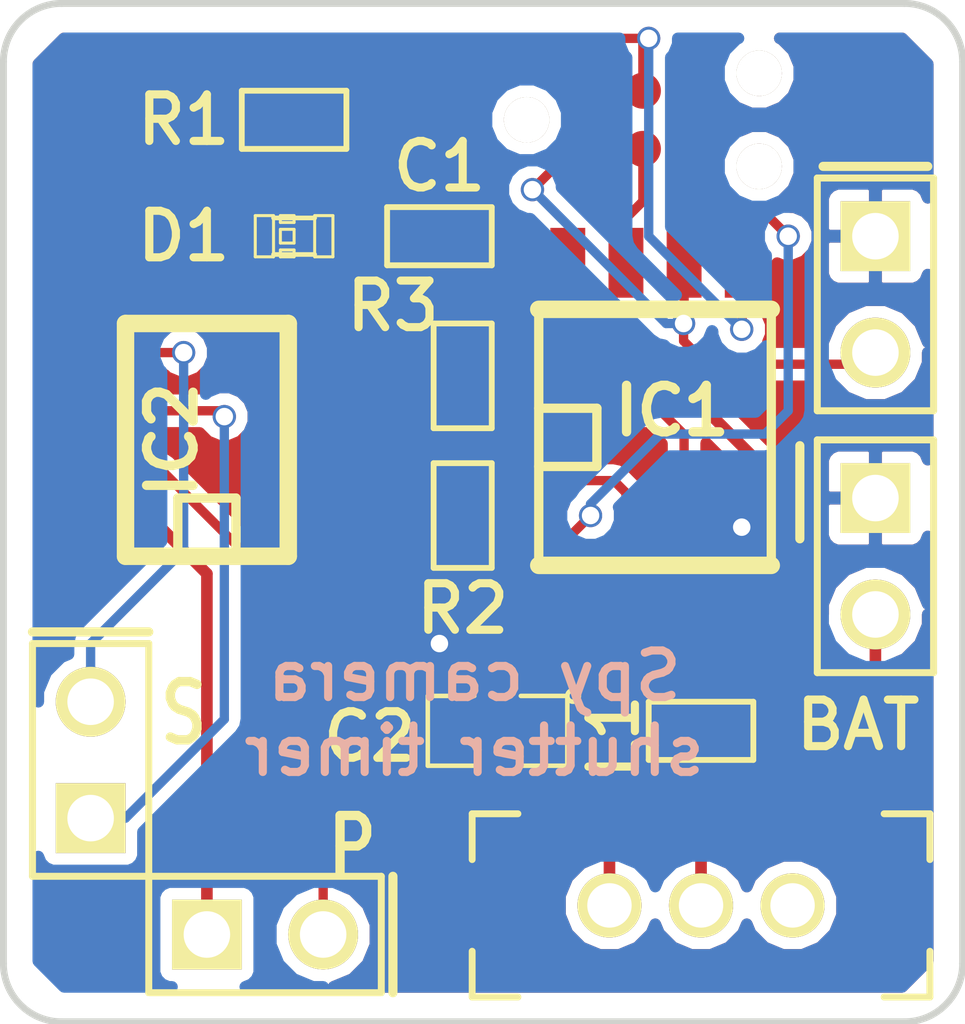
<source format=kicad_pcb>
(kicad_pcb (version 3) (host pcbnew "(2013-feb-26)-testing")

  (general
    (links 29)
    (no_connects 0)
    (area 14.710834 15.0876 50.452866 40.294)
    (thickness 1.6)
    (drawings 15)
    (tracks 105)
    (zones 0)
    (modules 15)
    (nets 18)
  )

  (page A3)
  (layers
    (15 F.Cu signal)
    (0 B.Cu signal)
    (16 B.Adhes user)
    (17 F.Adhes user)
    (18 B.Paste user)
    (19 F.Paste user)
    (20 B.SilkS user)
    (21 F.SilkS user)
    (22 B.Mask user)
    (23 F.Mask user)
    (24 Dwgs.User user)
    (25 Cmts.User user)
    (26 Eco1.User user)
    (27 Eco2.User user)
    (28 Edge.Cuts user)
  )

  (setup
    (last_trace_width 0.2032)
    (trace_clearance 0.2032)
    (zone_clearance 0.254)
    (zone_45_only no)
    (trace_min 0.1524)
    (segment_width 0.2)
    (edge_width 0.15)
    (via_size 0.508)
    (via_drill 0.381)
    (via_min_size 0.508)
    (via_min_drill 0.381)
    (uvia_size 0.508)
    (uvia_drill 0.127)
    (uvias_allowed no)
    (uvia_min_size 0.508)
    (uvia_min_drill 0.127)
    (pcb_text_width 0.3)
    (pcb_text_size 1 1)
    (mod_edge_width 0.15)
    (mod_text_size 1 1)
    (mod_text_width 0.15)
    (pad_size 0.7874 0.7874)
    (pad_drill 0)
    (pad_to_mask_clearance 0)
    (aux_axis_origin 0 0)
    (visible_elements FFFFFFBF)
    (pcbplotparams
      (layerselection 284196865)
      (usegerberextensions true)
      (excludeedgelayer true)
      (linewidth 152400)
      (plotframeref false)
      (viasonmask false)
      (mode 1)
      (useauxorigin false)
      (hpglpennumber 1)
      (hpglpenspeed 20)
      (hpglpendiameter 15)
      (hpglpenoverlay 2)
      (psnegative false)
      (psa4output false)
      (plotreference true)
      (plotvalue true)
      (plotothertext true)
      (plotinvisibletext false)
      (padsonsilk false)
      (subtractmaskfromsilk false)
      (outputformat 1)
      (mirror false)
      (drillshape 0)
      (scaleselection 1)
      (outputdirectory out))
  )

  (net 0 "")
  (net 1 /CAMLED)
  (net 2 /CAMPOW)
  (net 3 /MOSI)
  (net 4 /PWRBTN)
  (net 5 /RESET)
  (net 6 /STRBTN)
  (net 7 GND)
  (net 8 N-000001)
  (net 9 N-0000014)
  (net 10 N-0000016)
  (net 11 N-0000017)
  (net 12 N-0000018)
  (net 13 N-000004)
  (net 14 N-000005)
  (net 15 N-000007)
  (net 16 N-000008)
  (net 17 VCC)

  (net_class Default "This is the default net class."
    (clearance 0.2032)
    (trace_width 0.2032)
    (via_dia 0.508)
    (via_drill 0.381)
    (uvia_dia 0.508)
    (uvia_drill 0.127)
    (add_net "")
    (add_net /CAMLED)
    (add_net /CAMPOW)
    (add_net /MOSI)
    (add_net /PWRBTN)
    (add_net /RESET)
    (add_net /STRBTN)
    (add_net GND)
    (add_net N-0000014)
    (add_net N-0000016)
    (add_net N-0000017)
    (add_net N-0000018)
    (add_net N-000004)
    (add_net N-000005)
    (add_net N-000007)
    (add_net N-000008)
  )

  (net_class power ""
    (clearance 0.254)
    (trace_width 0.254)
    (via_dia 0.635)
    (via_drill 0.508)
    (uvia_dia 0.508)
    (uvia_drill 0.127)
    (add_net N-000001)
    (add_net VCC)
  )

  (module TC2030-MCP-NL (layer F.Cu) (tedit 513137F2) (tstamp 5102AC9A)
    (at 38.735 20.32)
    (descr http://www.tag-connect.com/Materials/TC2030-MCP-NL%20PCB%20Footprint.pdf)
    (path /5102AAB3)
    (fp_text reference P3 (at 0 -4.064) (layer F.SilkS) hide
      (effects (font (size 1.524 1.524) (thickness 0.3048)))
    )
    (fp_text value CONN_3X2 (at 0 3.048) (layer F.SilkS) hide
      (effects (font (size 1.524 1.524) (thickness 0.3048)))
    )
    (pad 1 smd circle (at -1.27 0.635) (size 0.7874 0.7874)
      (layers F.Cu F.Paste F.Mask)
      (net 2 /CAMPOW)
      (clearance 0.4826)
    )
    (pad 2 smd circle (at -1.27 -0.635) (size 0.7874 0.7874)
      (layers F.Cu F.Paste F.Mask)
      (net 17 VCC)
      (clearance 0.4826)
    )
    (pad 3 smd circle (at 0 0.635) (size 0.7874 0.7874)
      (layers F.Cu F.Paste F.Mask)
      (net 1 /CAMLED)
      (clearance 0.4826)
    )
    (pad 4 smd circle (at 0 -0.635) (size 0.7874 0.7874)
      (layers F.Cu F.Paste F.Mask)
      (net 3 /MOSI)
      (clearance 0.4826)
    )
    (pad 5 smd circle (at 1.27 0.635) (size 0.7874 0.7874)
      (layers F.Cu F.Paste F.Mask)
      (net 5 /RESET)
      (clearance 0.4318)
    )
    (pad 6 smd circle (at 1.27 -0.635) (size 0.7874 0.7874)
      (layers F.Cu F.Paste F.Mask)
      (net 7 GND)
      (clearance 0.4318)
    )
    (pad "" thru_hole circle (at -2.54 0) (size 0.9906 0.9906) (drill 0.9906)
      (layers *.Cu *.Mask F.SilkS)
    )
    (pad "" thru_hole circle (at 2.54 -1.016) (size 0.9906 0.9906) (drill 0.9906)
      (layers *.Cu *.Mask F.SilkS)
    )
    (pad "" thru_hole circle (at 2.54 1.016) (size 0.9906 0.9906) (drill 0.9906)
      (layers *.Cu *.Mask F.SilkS)
    )
  )

  (module SOIC8-5.3MM (layer F.Cu) (tedit 5102AD79) (tstamp 5102ACC3)
    (at 39 27.25)
    (path /5101F3FE)
    (attr smd)
    (fp_text reference IC1 (at 0.37 -0.58) (layer F.SilkS)
      (effects (font (size 1.016 1.016) (thickness 0.2032)))
    )
    (fp_text value ATTINY85-S (at -14.87 8.31) (layer F.SilkS) hide
      (effects (font (size 1.016 1.016) (thickness 0.2032)))
    )
    (fp_line (start -2.54 2.794) (end 2.54 2.794) (layer F.SilkS) (width 0.381))
    (fp_line (start -2.54 -2.794) (end 2.54 -2.794) (layer F.SilkS) (width 0.381))
    (fp_line (start 2.54 -2.794) (end 2.54 2.794) (layer F.SilkS) (width 0.2032))
    (fp_line (start -2.54 -2.794) (end -2.54 2.794) (layer F.SilkS) (width 0.2032))
    (fp_line (start -2.54 -0.635) (end -1.27 -0.635) (layer F.SilkS) (width 0.2032))
    (fp_line (start -1.27 -0.635) (end -1.27 0.635) (layer F.SilkS) (width 0.2032))
    (fp_line (start -1.27 0.635) (end -2.54 0.635) (layer F.SilkS) (width 0.2032))
    (pad 1 smd rect (at -1.905 3.81) (size 0.762 1.524)
      (layers F.Cu F.Paste F.Mask)
      (net 5 /RESET)
    )
    (pad 2 smd rect (at -0.635 3.81) (size 0.762 1.524)
      (layers F.Cu F.Paste F.Mask)
      (net 4 /PWRBTN)
    )
    (pad 3 smd rect (at 0.635 3.81) (size 0.762 1.524)
      (layers F.Cu F.Paste F.Mask)
      (net 6 /STRBTN)
    )
    (pad 4 smd rect (at 1.905 3.81) (size 0.762 1.524)
      (layers F.Cu F.Paste F.Mask)
      (net 7 GND)
    )
    (pad 8 smd rect (at -1.905 -3.81) (size 0.762 1.524)
      (layers F.Cu F.Paste F.Mask)
      (net 17 VCC)
    )
    (pad 7 smd rect (at -0.635 -3.81) (size 0.762 1.524)
      (layers F.Cu F.Paste F.Mask)
      (net 1 /CAMLED)
    )
    (pad 6 smd rect (at 0.635 -3.81) (size 0.762 1.524)
      (layers F.Cu F.Paste F.Mask)
      (net 2 /CAMPOW)
    )
    (pad 5 smd rect (at 1.905 -3.81) (size 0.762 1.524)
      (layers F.Cu F.Paste F.Mask)
      (net 3 /MOSI)
    )
    (model smd/cms_soj24.wrl
      (at (xyz 0 0 0))
      (scale (xyz 0.5 0.6 0.5))
      (rotate (xyz 0 0 0))
    )
  )

  (module SM0805 (layer F.Cu) (tedit 5115A6FE) (tstamp 5102ACD0)
    (at 35.56 33.655 180)
    (path /5102A93D)
    (attr smd)
    (fp_text reference C2 (at 2.794 -0.127 180) (layer F.SilkS)
      (effects (font (size 1.016 1.016) (thickness 0.1778)))
    )
    (fp_text value 1uF (at 10.922 -4.445 180) (layer F.SilkS) hide
      (effects (font (size 0.50038 0.50038) (thickness 0.10922)))
    )
    (fp_circle (center -1.651 0.762) (end -1.651 0.635) (layer F.SilkS) (width 0.09906))
    (fp_line (start -0.508 0.762) (end -1.524 0.762) (layer F.SilkS) (width 0.09906))
    (fp_line (start -1.524 0.762) (end -1.524 -0.762) (layer F.SilkS) (width 0.09906))
    (fp_line (start -1.524 -0.762) (end -0.508 -0.762) (layer F.SilkS) (width 0.09906))
    (fp_line (start 0.508 -0.762) (end 1.524 -0.762) (layer F.SilkS) (width 0.09906))
    (fp_line (start 1.524 -0.762) (end 1.524 0.762) (layer F.SilkS) (width 0.09906))
    (fp_line (start 1.524 0.762) (end 0.508 0.762) (layer F.SilkS) (width 0.09906))
    (pad 1 smd rect (at -0.9525 0 180) (size 0.889 1.397)
      (layers F.Cu F.Paste F.Mask)
      (net 17 VCC)
    )
    (pad 2 smd rect (at 0.9525 0 180) (size 0.889 1.397)
      (layers F.Cu F.Paste F.Mask)
      (net 7 GND)
    )
    (model smd/chip_cms.wrl
      (at (xyz 0 0 0))
      (scale (xyz 0.1 0.1 0.1))
      (rotate (xyz 0 0 0))
    )
  )

  (module SM0603 (layer F.Cu) (tedit 5115A6C3) (tstamp 5102ACDA)
    (at 34.29 22.86 180)
    (path /5102A8B9)
    (attr smd)
    (fp_text reference C1 (at 0 1.524 180) (layer F.SilkS)
      (effects (font (size 1.016 1.016) (thickness 0.1778)))
    )
    (fp_text value 0.1uF (at 0 0 180) (layer F.SilkS) hide
      (effects (font (size 0.508 0.4572) (thickness 0.1143)))
    )
    (fp_line (start -1.143 -0.635) (end 1.143 -0.635) (layer F.SilkS) (width 0.127))
    (fp_line (start 1.143 -0.635) (end 1.143 0.635) (layer F.SilkS) (width 0.127))
    (fp_line (start 1.143 0.635) (end -1.143 0.635) (layer F.SilkS) (width 0.127))
    (fp_line (start -1.143 0.635) (end -1.143 -0.635) (layer F.SilkS) (width 0.127))
    (pad 1 smd rect (at -0.762 0 180) (size 0.635 1.143)
      (layers F.Cu F.Paste F.Mask)
      (net 17 VCC)
    )
    (pad 2 smd rect (at 0.762 0 180) (size 0.635 1.143)
      (layers F.Cu F.Paste F.Mask)
      (net 7 GND)
    )
    (model smd\resistors\R0603.wrl
      (at (xyz 0 0 0.001))
      (scale (xyz 0.5 0.5 0.5))
      (rotate (xyz 0 0 0))
    )
  )

  (module SM0603 (layer F.Cu) (tedit 5115A6BD) (tstamp 5102ACE4)
    (at 31.115 20.32)
    (path /5102ABF6)
    (attr smd)
    (fp_text reference R1 (at -2.413 0) (layer F.SilkS)
      (effects (font (size 1.016 1.016) (thickness 0.1778)))
    )
    (fp_text value 1K (at 0 0) (layer F.SilkS) hide
      (effects (font (size 0.508 0.4572) (thickness 0.1143)))
    )
    (fp_line (start -1.143 -0.635) (end 1.143 -0.635) (layer F.SilkS) (width 0.127))
    (fp_line (start 1.143 -0.635) (end 1.143 0.635) (layer F.SilkS) (width 0.127))
    (fp_line (start 1.143 0.635) (end -1.143 0.635) (layer F.SilkS) (width 0.127))
    (fp_line (start -1.143 0.635) (end -1.143 -0.635) (layer F.SilkS) (width 0.127))
    (pad 1 smd rect (at -0.762 0) (size 0.635 1.143)
      (layers F.Cu F.Paste F.Mask)
      (net 15 N-000007)
    )
    (pad 2 smd rect (at 0.762 0) (size 0.635 1.143)
      (layers F.Cu F.Paste F.Mask)
      (net 3 /MOSI)
    )
    (model smd\resistors\R0603.wrl
      (at (xyz 0 0 0.001))
      (scale (xyz 0.5 0.5 0.5))
      (rotate (xyz 0 0 0))
    )
  )

  (module SM0603 (layer F.Cu) (tedit 5115A701) (tstamp 5102ACEE)
    (at 40.005 33.655 180)
    (path /5102AC2D)
    (attr smd)
    (fp_text reference L1 (at 1.905 -0.127 270) (layer F.SilkS)
      (effects (font (size 1.016 1.016) (thickness 0.1778)))
    )
    (fp_text value INDUCTOR (at 0 0 180) (layer F.SilkS) hide
      (effects (font (size 0.508 0.4572) (thickness 0.1143)))
    )
    (fp_line (start -1.143 -0.635) (end 1.143 -0.635) (layer F.SilkS) (width 0.127))
    (fp_line (start 1.143 -0.635) (end 1.143 0.635) (layer F.SilkS) (width 0.127))
    (fp_line (start 1.143 0.635) (end -1.143 0.635) (layer F.SilkS) (width 0.127))
    (fp_line (start -1.143 0.635) (end -1.143 -0.635) (layer F.SilkS) (width 0.127))
    (pad 1 smd rect (at -0.762 0 180) (size 0.635 1.143)
      (layers F.Cu F.Paste F.Mask)
      (net 13 N-000004)
    )
    (pad 2 smd rect (at 0.762 0 180) (size 0.635 1.143)
      (layers F.Cu F.Paste F.Mask)
      (net 17 VCC)
    )
    (model smd\resistors\R0603.wrl
      (at (xyz 0 0 0.001))
      (scale (xyz 0.5 0.5 0.5))
      (rotate (xyz 0 0 0))
    )
  )

  (module PIN_ARRAY_2X1 (layer F.Cu) (tedit 5115A6F1) (tstamp 5102ACF8)
    (at 43.815 29.845 270)
    (descr "Connecteurs 2 pins")
    (tags "CONN DEV")
    (path /5102A97A)
    (fp_text reference BAT (at 3.683 0.381 360) (layer F.SilkS)
      (effects (font (size 1.016 1.016) (thickness 0.1778)))
    )
    (fp_text value CONN_2 (at 0 -1.905 270) (layer F.SilkS) hide
      (effects (font (size 0.762 0.762) (thickness 0.1524)))
    )
    (fp_line (start -2.54 1.27) (end -2.54 -1.27) (layer F.SilkS) (width 0.1524))
    (fp_line (start -2.54 -1.27) (end 2.54 -1.27) (layer F.SilkS) (width 0.1524))
    (fp_line (start 2.54 -1.27) (end 2.54 1.27) (layer F.SilkS) (width 0.1524))
    (fp_line (start 2.54 1.27) (end -2.54 1.27) (layer F.SilkS) (width 0.1524))
    (pad 1 thru_hole rect (at -1.27 0 270) (size 1.524 1.524) (drill 1.016)
      (layers *.Cu *.Mask F.SilkS)
      (net 7 GND)
    )
    (pad 2 thru_hole circle (at 1.27 0 270) (size 1.524 1.524) (drill 1.016)
      (layers *.Cu *.Mask F.SilkS)
      (net 14 N-000005)
    )
    (model pin_array/pins_array_2x1.wrl
      (at (xyz 0 0 0))
      (scale (xyz 1 1 1))
      (rotate (xyz 0 0 0))
    )
  )

  (module PIN_ARRAY_2X1 (layer F.Cu) (tedit 513136AD) (tstamp 5102AD02)
    (at 43.815 24.13 270)
    (descr "Connecteurs 2 pins")
    (tags "CONN DEV")
    (path /5102A9D5)
    (fp_text reference P2 (at -3.302 -5.461 360) (layer F.SilkS) hide
      (effects (font (size 0.762 0.762) (thickness 0.1524)))
    )
    (fp_text value CONN_2 (at 0 -1.905 270) (layer F.SilkS) hide
      (effects (font (size 0.762 0.762) (thickness 0.1524)))
    )
    (fp_line (start -2.54 1.27) (end -2.54 -1.27) (layer F.SilkS) (width 0.1524))
    (fp_line (start -2.54 -1.27) (end 2.54 -1.27) (layer F.SilkS) (width 0.1524))
    (fp_line (start 2.54 -1.27) (end 2.54 1.27) (layer F.SilkS) (width 0.1524))
    (fp_line (start 2.54 1.27) (end -2.54 1.27) (layer F.SilkS) (width 0.1524))
    (pad 1 thru_hole rect (at -1.27 0 270) (size 1.524 1.524) (drill 1.016)
      (layers *.Cu *.Mask F.SilkS)
      (net 7 GND)
    )
    (pad 2 thru_hole circle (at 1.27 0 270) (size 1.524 1.524) (drill 1.016)
      (layers *.Cu *.Mask F.SilkS)
      (net 2 /CAMPOW)
    )
    (model pin_array/pins_array_2x1.wrl
      (at (xyz 0 0 0))
      (scale (xyz 1 1 1))
      (rotate (xyz 0 0 0))
    )
  )

  (module LED-0603 (layer F.Cu) (tedit 5115A6BF) (tstamp 5102AD1E)
    (at 31.115 22.86 180)
    (descr "LED 0603 smd package")
    (tags "LED led 0603 SMD smd SMT smt smdled SMDLED smtled SMTLED")
    (path /5102ABC3)
    (attr smd)
    (fp_text reference D1 (at 2.413 0 180) (layer F.SilkS)
      (effects (font (size 1.016 1.016) (thickness 0.1778)))
    )
    (fp_text value LED (at 15.24 -1.27 180) (layer F.SilkS) hide
      (effects (font (size 0.508 0.508) (thickness 0.127)))
    )
    (fp_line (start 0.44958 -0.44958) (end 0.44958 0.44958) (layer F.SilkS) (width 0.06604))
    (fp_line (start 0.44958 0.44958) (end 0.84836 0.44958) (layer F.SilkS) (width 0.06604))
    (fp_line (start 0.84836 -0.44958) (end 0.84836 0.44958) (layer F.SilkS) (width 0.06604))
    (fp_line (start 0.44958 -0.44958) (end 0.84836 -0.44958) (layer F.SilkS) (width 0.06604))
    (fp_line (start -0.84836 -0.44958) (end -0.84836 0.44958) (layer F.SilkS) (width 0.06604))
    (fp_line (start -0.84836 0.44958) (end -0.44958 0.44958) (layer F.SilkS) (width 0.06604))
    (fp_line (start -0.44958 -0.44958) (end -0.44958 0.44958) (layer F.SilkS) (width 0.06604))
    (fp_line (start -0.84836 -0.44958) (end -0.44958 -0.44958) (layer F.SilkS) (width 0.06604))
    (fp_line (start 0 -0.44958) (end 0 -0.29972) (layer F.SilkS) (width 0.06604))
    (fp_line (start 0 -0.29972) (end 0.29972 -0.29972) (layer F.SilkS) (width 0.06604))
    (fp_line (start 0.29972 -0.44958) (end 0.29972 -0.29972) (layer F.SilkS) (width 0.06604))
    (fp_line (start 0 -0.44958) (end 0.29972 -0.44958) (layer F.SilkS) (width 0.06604))
    (fp_line (start 0 0.29972) (end 0 0.44958) (layer F.SilkS) (width 0.06604))
    (fp_line (start 0 0.44958) (end 0.29972 0.44958) (layer F.SilkS) (width 0.06604))
    (fp_line (start 0.29972 0.29972) (end 0.29972 0.44958) (layer F.SilkS) (width 0.06604))
    (fp_line (start 0 0.29972) (end 0.29972 0.29972) (layer F.SilkS) (width 0.06604))
    (fp_line (start 0 -0.14986) (end 0 0.14986) (layer F.SilkS) (width 0.06604))
    (fp_line (start 0 0.14986) (end 0.29972 0.14986) (layer F.SilkS) (width 0.06604))
    (fp_line (start 0.29972 -0.14986) (end 0.29972 0.14986) (layer F.SilkS) (width 0.06604))
    (fp_line (start 0 -0.14986) (end 0.29972 -0.14986) (layer F.SilkS) (width 0.06604))
    (fp_line (start 0.44958 -0.39878) (end -0.44958 -0.39878) (layer F.SilkS) (width 0.1016))
    (fp_line (start 0.44958 0.39878) (end -0.44958 0.39878) (layer F.SilkS) (width 0.1016))
    (pad 1 smd rect (at -0.7493 0 180) (size 0.79756 0.79756)
      (layers F.Cu F.Paste F.Mask)
      (net 17 VCC)
    )
    (pad 2 smd rect (at 0.7493 0 180) (size 0.79756 0.79756)
      (layers F.Cu F.Paste F.Mask)
      (net 15 N-000007)
    )
  )

  (module SW-SPDT-2MM (layer F.Cu) (tedit 5102B088) (tstamp 5102B0C9)
    (at 40.005 37.465)
    (path /5102AEA5)
    (fp_text reference SW1 (at 0 -2.5) (layer F.SilkS) hide
      (effects (font (size 1 1) (thickness 0.15)))
    )
    (fp_text value SWITCH_INV (at 0 2) (layer F.SilkS) hide
      (effects (font (size 1 1) (thickness 0.15)))
    )
    (fp_line (start -5 1) (end -5 2) (layer F.SilkS) (width 0.15))
    (fp_line (start -5 2) (end -4 2) (layer F.SilkS) (width 0.15))
    (fp_line (start 4 2) (end 5 2) (layer F.SilkS) (width 0.15))
    (fp_line (start 5 2) (end 5 1) (layer F.SilkS) (width 0.15))
    (fp_line (start -5 -1) (end -5 -2) (layer F.SilkS) (width 0.15))
    (fp_line (start -5 -2) (end -4 -2) (layer F.SilkS) (width 0.15))
    (fp_line (start 5 -2) (end 4 -2) (layer F.SilkS) (width 0.15))
    (fp_line (start 5 -2) (end 5 -1) (layer F.SilkS) (width 0.15))
    (pad 1 thru_hole circle (at -2 0) (size 1.4 1.4) (drill 0.97)
      (layers *.Cu *.Mask F.SilkS)
      (net 13 N-000004)
    )
    (pad 2 thru_hole circle (at 0 0) (size 1.4 1.4) (drill 0.97)
      (layers *.Cu *.Mask F.SilkS)
      (net 14 N-000005)
    )
    (pad 3 thru_hole circle (at 2 0) (size 1.4 1.4) (drill 0.97)
      (layers *.Cu *.Mask F.SilkS)
    )
  )

  (module SOIC8-3.9MM (layer F.Cu) (tedit 5115A483) (tstamp 5115A411)
    (at 29.21 27.305 90)
    (path /5115A798)
    (attr smd)
    (fp_text reference IC2 (at 0 -0.762 90) (layer F.SilkS)
      (effects (font (size 1.016 1.016) (thickness 0.2032)))
    )
    (fp_text value MOCD207M (at 0 -9.525 90) (layer F.SilkS) hide
      (effects (font (size 1.016 1.016) (thickness 0.2032)))
    )
    (fp_line (start 2.54 -1.778) (end 2.54 1.778) (layer F.SilkS) (width 0.381))
    (fp_line (start -2.54 1.778) (end -2.54 -1.778) (layer F.SilkS) (width 0.381))
    (fp_line (start -2.54 1.778) (end 2.54 1.778) (layer F.SilkS) (width 0.381))
    (fp_line (start -2.54 -1.778) (end 2.54 -1.778) (layer F.SilkS) (width 0.381))
    (fp_line (start -2.54 -0.635) (end -1.27 -0.635) (layer F.SilkS) (width 0.2032))
    (fp_line (start -1.27 -0.635) (end -1.27 0.635) (layer F.SilkS) (width 0.2032))
    (fp_line (start -1.27 0.635) (end -2.54 0.635) (layer F.SilkS) (width 0.2032))
    (pad 1 smd rect (at -1.905 2.8702 90) (size 0.762 1.524)
      (layers F.Cu F.Paste F.Mask)
      (net 12 N-0000018)
    )
    (pad 2 smd rect (at -0.635 2.8702 90) (size 0.762 1.524)
      (layers F.Cu F.Paste F.Mask)
      (net 7 GND)
    )
    (pad 3 smd rect (at 0.635 2.8702 90) (size 0.762 1.524)
      (layers F.Cu F.Paste F.Mask)
      (net 10 N-0000016)
    )
    (pad 4 smd rect (at 1.905 2.8702 90) (size 0.762 1.524)
      (layers F.Cu F.Paste F.Mask)
      (net 7 GND)
    )
    (pad 8 smd rect (at -1.905 -2.8702 90) (size 0.762 1.524)
      (layers F.Cu F.Paste F.Mask)
      (net 8 N-000001)
    )
    (pad 7 smd rect (at -0.635 -2.8702 90) (size 0.762 1.524)
      (layers F.Cu F.Paste F.Mask)
      (net 16 N-000008)
    )
    (pad 6 smd rect (at 0.635 -2.8702 90) (size 0.762 1.524)
      (layers F.Cu F.Paste F.Mask)
      (net 9 N-0000014)
    )
    (pad 5 smd rect (at 1.905 -2.8702 90) (size 0.762 1.524)
      (layers F.Cu F.Paste F.Mask)
      (net 11 N-0000017)
    )
  )

  (module SM0603 (layer F.Cu) (tedit 5115A709) (tstamp 5115A41B)
    (at 34.798 28.956 270)
    (path /5115A829)
    (attr smd)
    (fp_text reference R2 (at 2.032 0 360) (layer F.SilkS)
      (effects (font (size 1.016 1.016) (thickness 0.1778)))
    )
    (fp_text value 200R (at 0 0 270) (layer F.SilkS) hide
      (effects (font (size 0.508 0.4572) (thickness 0.1143)))
    )
    (fp_line (start -1.143 -0.635) (end 1.143 -0.635) (layer F.SilkS) (width 0.127))
    (fp_line (start 1.143 -0.635) (end 1.143 0.635) (layer F.SilkS) (width 0.127))
    (fp_line (start 1.143 0.635) (end -1.143 0.635) (layer F.SilkS) (width 0.127))
    (fp_line (start -1.143 0.635) (end -1.143 -0.635) (layer F.SilkS) (width 0.127))
    (pad 1 smd rect (at -0.762 0 270) (size 0.635 1.143)
      (layers F.Cu F.Paste F.Mask)
      (net 4 /PWRBTN)
    )
    (pad 2 smd rect (at 0.762 0 270) (size 0.635 1.143)
      (layers F.Cu F.Paste F.Mask)
      (net 12 N-0000018)
    )
    (model smd\resistors\R0603.wrl
      (at (xyz 0 0 0.001))
      (scale (xyz 0.5 0.5 0.5))
      (rotate (xyz 0 0 0))
    )
  )

  (module SM0603 (layer F.Cu) (tedit 5115A710) (tstamp 5115A425)
    (at 34.798 25.908 90)
    (path /5115AB96)
    (attr smd)
    (fp_text reference R3 (at 1.524 -1.524 180) (layer F.SilkS)
      (effects (font (size 1.016 1.016) (thickness 0.1778)))
    )
    (fp_text value 200R (at 0 0 90) (layer F.SilkS) hide
      (effects (font (size 0.508 0.4572) (thickness 0.1143)))
    )
    (fp_line (start -1.143 -0.635) (end 1.143 -0.635) (layer F.SilkS) (width 0.127))
    (fp_line (start 1.143 -0.635) (end 1.143 0.635) (layer F.SilkS) (width 0.127))
    (fp_line (start 1.143 0.635) (end -1.143 0.635) (layer F.SilkS) (width 0.127))
    (fp_line (start -1.143 0.635) (end -1.143 -0.635) (layer F.SilkS) (width 0.127))
    (pad 1 smd rect (at -0.762 0 90) (size 0.635 1.143)
      (layers F.Cu F.Paste F.Mask)
      (net 6 /STRBTN)
    )
    (pad 2 smd rect (at 0.762 0 90) (size 0.635 1.143)
      (layers F.Cu F.Paste F.Mask)
      (net 10 N-0000016)
    )
    (model smd\resistors\R0603.wrl
      (at (xyz 0 0 0.001))
      (scale (xyz 0.5 0.5 0.5))
      (rotate (xyz 0 0 0))
    )
  )

  (module PIN_ARRAY_2X1 (layer F.Cu) (tedit 5115A506) (tstamp 5115A4AA)
    (at 30.48 38.1)
    (descr "Connecteurs 2 pins")
    (tags "CONN DEV")
    (path /5102B1F2)
    (fp_text reference P4 (at -10.795 -2.54) (layer F.SilkS) hide
      (effects (font (size 0.762 0.762) (thickness 0.1524)))
    )
    (fp_text value CONN_2 (at 0 -1.905) (layer F.SilkS) hide
      (effects (font (size 0.762 0.762) (thickness 0.1524)))
    )
    (fp_line (start -2.54 1.27) (end -2.54 -1.27) (layer F.SilkS) (width 0.1524))
    (fp_line (start -2.54 -1.27) (end 2.54 -1.27) (layer F.SilkS) (width 0.1524))
    (fp_line (start 2.54 -1.27) (end 2.54 1.27) (layer F.SilkS) (width 0.1524))
    (fp_line (start 2.54 1.27) (end -2.54 1.27) (layer F.SilkS) (width 0.1524))
    (pad 1 thru_hole rect (at -1.27 0) (size 1.524 1.524) (drill 1.016)
      (layers *.Cu *.Mask F.SilkS)
      (net 8 N-000001)
    )
    (pad 2 thru_hole circle (at 1.27 0) (size 1.524 1.524) (drill 1.016)
      (layers *.Cu *.Mask F.SilkS)
      (net 16 N-000008)
    )
    (model pin_array/pins_array_2x1.wrl
      (at (xyz 0 0 0))
      (scale (xyz 1 1 1))
      (rotate (xyz 0 0 0))
    )
  )

  (module PIN_ARRAY_2X1 (layer F.Cu) (tedit 5115A50B) (tstamp 5115A4B4)
    (at 26.67 34.29 90)
    (descr "Connecteurs 2 pins")
    (tags "CONN DEV")
    (path /5115AB88)
    (fp_text reference P5 (at 1.27 -8.255 90) (layer F.SilkS) hide
      (effects (font (size 0.762 0.762) (thickness 0.1524)))
    )
    (fp_text value CONN_2 (at 0 -1.905 90) (layer F.SilkS) hide
      (effects (font (size 0.762 0.762) (thickness 0.1524)))
    )
    (fp_line (start -2.54 1.27) (end -2.54 -1.27) (layer F.SilkS) (width 0.1524))
    (fp_line (start -2.54 -1.27) (end 2.54 -1.27) (layer F.SilkS) (width 0.1524))
    (fp_line (start 2.54 -1.27) (end 2.54 1.27) (layer F.SilkS) (width 0.1524))
    (fp_line (start 2.54 1.27) (end -2.54 1.27) (layer F.SilkS) (width 0.1524))
    (pad 1 thru_hole rect (at -1.27 0 90) (size 1.524 1.524) (drill 1.016)
      (layers *.Cu *.Mask F.SilkS)
      (net 9 N-0000014)
    )
    (pad 2 thru_hole circle (at 1.27 0 90) (size 1.524 1.524) (drill 1.016)
      (layers *.Cu *.Mask F.SilkS)
      (net 11 N-0000017)
    )
    (model pin_array/pins_array_2x1.wrl
      (at (xyz 0 0 0))
      (scale (xyz 1 1 1))
      (rotate (xyz 0 0 0))
    )
  )

  (gr_line (start 25.4 31.496) (end 27.94 31.496) (angle 90) (layer F.SilkS) (width 0.2))
  (gr_line (start 33.274 36.83) (end 33.274 39.37) (angle 90) (layer F.SilkS) (width 0.2))
  (gr_line (start 42.672 21.336) (end 44.958 21.336) (angle 90) (layer F.SilkS) (width 0.2))
  (gr_line (start 42.164 27.432) (end 42.164 29.464) (angle 90) (layer F.SilkS) (width 0.2))
  (gr_text "Spy camera\nshutter timer" (at 35.052 33.274) (layer B.SilkS)
    (effects (font (size 1.016 1.016) (thickness 0.1778)) (justify mirror))
  )
  (gr_line (start 26.035 40.005) (end 44.45 40.005) (angle 90) (layer Edge.Cuts) (width 0.15))
  (gr_arc (start 26.035 38.735) (end 26.035 40.005) (angle 90) (layer Edge.Cuts) (width 0.15))
  (gr_line (start 24.765 19.05) (end 24.765 38.735) (angle 90) (layer Edge.Cuts) (width 0.15))
  (gr_arc (start 26.035 19.05) (end 24.765 19.05) (angle 90) (layer Edge.Cuts) (width 0.15))
  (gr_line (start 44.45 17.78) (end 26.035 17.78) (angle 90) (layer Edge.Cuts) (width 0.15))
  (gr_arc (start 44.45 19.05) (end 44.45 17.78) (angle 90) (layer Edge.Cuts) (width 0.15))
  (gr_line (start 45.72 38.735) (end 45.72 19.05) (angle 90) (layer Edge.Cuts) (width 0.15))
  (gr_arc (start 44.45 38.735) (end 45.72 38.735) (angle 90) (layer Edge.Cuts) (width 0.15))
  (gr_text S (at 28.702 33.274) (layer F.SilkS)
    (effects (font (size 1.27 1.016) (thickness 0.2032)))
  )
  (gr_text P (at 32.385 36.195) (layer F.SilkS)
    (effects (font (size 1.27 1.016) (thickness 0.2032)))
  )

  (segment (start 38.365 23.44) (end 38.365 22.468) (width 0.2032) (layer F.Cu) (net 1))
  (segment (start 38.735 22.098) (end 38.735 20.955) (width 0.2032) (layer F.Cu) (net 1) (tstamp 5102B418))
  (segment (start 38.365 22.468) (end 38.735 22.098) (width 0.2032) (layer F.Cu) (net 1) (tstamp 5102B417))
  (segment (start 39.624 24.765) (end 39.624 25.146) (width 0.2032) (layer F.Cu) (net 2))
  (segment (start 43.561 25.654) (end 43.815 25.4) (width 0.2032) (layer F.Cu) (net 2) (tstamp 5102B471))
  (segment (start 40.132 25.654) (end 43.561 25.654) (width 0.2032) (layer F.Cu) (net 2) (tstamp 5102B470))
  (segment (start 39.624 25.146) (end 40.132 25.654) (width 0.2032) (layer F.Cu) (net 2) (tstamp 5102B46D))
  (segment (start 37.465 20.955) (end 37.211 20.955) (width 0.2032) (layer F.Cu) (net 2))
  (segment (start 39.635 24.754) (end 39.635 23.44) (width 0.2032) (layer F.Cu) (net 2) (tstamp 5102B427))
  (segment (start 39.624 24.765) (end 39.635 24.754) (width 0.2032) (layer F.Cu) (net 2) (tstamp 5102B426))
  (via (at 39.624 24.765) (size 0.508) (layers F.Cu B.Cu) (net 2))
  (segment (start 39.243 24.765) (end 39.624 24.765) (width 0.2032) (layer B.Cu) (net 2) (tstamp 5102B422))
  (segment (start 36.322 21.844) (end 39.243 24.765) (width 0.2032) (layer B.Cu) (net 2) (tstamp 5102B421))
  (via (at 36.322 21.844) (size 0.508) (layers F.Cu B.Cu) (net 2))
  (segment (start 37.211 20.955) (end 36.322 21.844) (width 0.2032) (layer F.Cu) (net 2) (tstamp 5102B41E))
  (segment (start 38.862 18.542) (end 32.004 18.542) (width 0.2032) (layer F.Cu) (net 3))
  (segment (start 31.877 18.669) (end 31.877 20.32) (width 0.2032) (layer F.Cu) (net 3) (tstamp 5102B456))
  (segment (start 32.004 18.542) (end 31.877 18.669) (width 0.2032) (layer F.Cu) (net 3) (tstamp 5102B455))
  (segment (start 40.905 23.44) (end 40.905 24.881) (width 0.2032) (layer F.Cu) (net 3))
  (segment (start 38.735 18.669) (end 38.735 19.685) (width 0.2032) (layer F.Cu) (net 3) (tstamp 5102B452))
  (segment (start 38.862 18.542) (end 38.735 18.669) (width 0.2032) (layer F.Cu) (net 3) (tstamp 5102B451))
  (via (at 38.862 18.542) (size 0.508) (layers F.Cu B.Cu) (net 3))
  (segment (start 38.862 22.86) (end 38.862 18.542) (width 0.2032) (layer B.Cu) (net 3) (tstamp 5102B44D))
  (segment (start 40.894 24.892) (end 38.862 22.86) (width 0.2032) (layer B.Cu) (net 3) (tstamp 5102B44C))
  (via (at 40.894 24.892) (size 0.508) (layers F.Cu B.Cu) (net 3))
  (segment (start 40.905 24.881) (end 40.894 24.892) (width 0.2032) (layer F.Cu) (net 3) (tstamp 5102B44A))
  (segment (start 38.365 31.06) (end 38.365 28.459) (width 0.2032) (layer F.Cu) (net 4))
  (segment (start 38.1 28.194) (end 34.798 28.194) (width 0.2032) (layer F.Cu) (net 4) (tstamp 5115A648))
  (segment (start 38.365 28.459) (end 38.1 28.194) (width 0.2032) (layer F.Cu) (net 4) (tstamp 5115A647))
  (segment (start 41.91 26.67) (end 41.402 27.178) (width 0.2032) (layer B.Cu) (net 5))
  (segment (start 37.095 29.453) (end 37.592 28.956) (width 0.2032) (layer F.Cu) (net 5) (tstamp 5102B478))
  (via (at 37.592 28.956) (size 0.508) (layers F.Cu B.Cu) (net 5))
  (segment (start 37.095 31.06) (end 37.095 29.453) (width 0.2032) (layer F.Cu) (net 5))
  (segment (start 40.132 22.352) (end 40.005 22.225) (width 0.2032) (layer F.Cu) (net 5) (tstamp 5102B488))
  (segment (start 41.402 22.352) (end 40.132 22.352) (width 0.2032) (layer F.Cu) (net 5) (tstamp 5102B487))
  (segment (start 41.91 22.86) (end 41.402 22.352) (width 0.2032) (layer F.Cu) (net 5) (tstamp 5102B486))
  (via (at 41.91 22.86) (size 0.508) (layers F.Cu B.Cu) (net 5))
  (segment (start 41.91 26.67) (end 41.91 22.86) (width 0.2032) (layer B.Cu) (net 5) (tstamp 5115A696))
  (segment (start 40.005 22.225) (end 40.005 20.955) (width 0.2032) (layer F.Cu) (net 5) (tstamp 5102B489))
  (segment (start 37.592 28.702) (end 37.592 28.956) (width 0.2032) (layer B.Cu) (net 5) (tstamp 5115A6A5))
  (segment (start 39.116 27.178) (end 37.592 28.702) (width 0.2032) (layer B.Cu) (net 5) (tstamp 5115A6A3))
  (segment (start 41.402 27.178) (end 39.116 27.178) (width 0.2032) (layer B.Cu) (net 5) (tstamp 5115A6A0))
  (segment (start 34.798 26.67) (end 39.116 26.67) (width 0.2032) (layer F.Cu) (net 6))
  (segment (start 39.635 27.189) (end 39.635 31.06) (width 0.2032) (layer F.Cu) (net 6) (tstamp 5115A64C))
  (segment (start 39.116 26.67) (end 39.635 27.189) (width 0.2032) (layer F.Cu) (net 6) (tstamp 5115A64B))
  (segment (start 40.905 31.06) (end 40.905 29.221) (width 0.2032) (layer F.Cu) (net 7))
  (via (at 40.894 29.21) (size 0.508) (layers F.Cu B.Cu) (net 7))
  (segment (start 40.905 29.221) (end 40.894 29.21) (width 0.2032) (layer F.Cu) (net 7) (tstamp 5115A6AA))
  (segment (start 34.6075 33.655) (end 34.6075 32.0675) (width 0.2032) (layer F.Cu) (net 7))
  (via (at 34.29 31.75) (size 0.508) (layers F.Cu B.Cu) (net 7))
  (segment (start 34.6075 32.0675) (end 34.29 31.75) (width 0.2032) (layer F.Cu) (net 7) (tstamp 5115A680))
  (segment (start 40.005 19.685) (end 40.386 19.685) (width 0.2032) (layer F.Cu) (net 7))
  (segment (start 43.815 21.336) (end 43.815 22.86) (width 0.2032) (layer F.Cu) (net 7) (tstamp 5102B411))
  (segment (start 42.799 20.32) (end 43.815 21.336) (width 0.2032) (layer F.Cu) (net 7) (tstamp 5102B40E))
  (segment (start 41.021 20.32) (end 42.799 20.32) (width 0.2032) (layer F.Cu) (net 7) (tstamp 5102B40B))
  (segment (start 40.386 19.685) (end 41.021 20.32) (width 0.2032) (layer F.Cu) (net 7) (tstamp 5102B408))
  (segment (start 29.21 38.1) (end 29.21 30.226) (width 0.254) (layer F.Cu) (net 8))
  (segment (start 28.194 29.21) (end 26.3398 29.21) (width 0.254) (layer F.Cu) (net 8) (tstamp 5115A65D))
  (segment (start 29.21 30.226) (end 28.194 29.21) (width 0.254) (layer F.Cu) (net 8) (tstamp 5115A65C))
  (segment (start 26.67 35.56) (end 27.432 35.56) (width 0.2032) (layer B.Cu) (net 9))
  (segment (start 29.464 26.67) (end 26.3398 26.67) (width 0.2032) (layer F.Cu) (net 9) (tstamp 5115A676))
  (segment (start 29.591 26.797) (end 29.464 26.67) (width 0.2032) (layer F.Cu) (net 9) (tstamp 5115A675))
  (via (at 29.591 26.797) (size 0.508) (layers F.Cu B.Cu) (net 9))
  (segment (start 29.591 33.401) (end 29.591 26.797) (width 0.2032) (layer B.Cu) (net 9) (tstamp 5115A672))
  (segment (start 27.432 35.56) (end 29.591 33.401) (width 0.2032) (layer B.Cu) (net 9) (tstamp 5115A671))
  (segment (start 32.0802 26.67) (end 32.766 26.67) (width 0.2032) (layer F.Cu) (net 10))
  (segment (start 34.29 25.146) (end 34.798 25.146) (width 0.2032) (layer F.Cu) (net 10) (tstamp 5115A640))
  (segment (start 32.766 26.67) (end 34.29 25.146) (width 0.2032) (layer F.Cu) (net 10) (tstamp 5115A63F))
  (segment (start 26.67 33.02) (end 26.67 31.75) (width 0.2032) (layer B.Cu) (net 11))
  (segment (start 28.702 25.4) (end 26.3398 25.4) (width 0.2032) (layer F.Cu) (net 11) (tstamp 5115A66D))
  (via (at 28.702 25.4) (size 0.508) (layers F.Cu B.Cu) (net 11))
  (segment (start 28.702 29.718) (end 28.702 25.4) (width 0.2032) (layer B.Cu) (net 11) (tstamp 5115A66A))
  (segment (start 26.67 31.75) (end 28.702 29.718) (width 0.2032) (layer B.Cu) (net 11) (tstamp 5115A668))
  (segment (start 34.798 29.718) (end 32.5882 29.718) (width 0.2032) (layer F.Cu) (net 12))
  (segment (start 32.5882 29.718) (end 32.0802 29.21) (width 0.2032) (layer F.Cu) (net 12) (tstamp 5115A644))
  (segment (start 38.005 37.465) (end 38.005 36.417) (width 0.254) (layer F.Cu) (net 13))
  (segment (start 38.005 36.417) (end 40.767 33.655) (width 0.254) (layer F.Cu) (net 13) (tstamp 5102B39C))
  (segment (start 43.815 31.115) (end 43.815 32.385) (width 0.254) (layer F.Cu) (net 14))
  (segment (start 40.005 36.195) (end 40.005 37.465) (width 0.254) (layer F.Cu) (net 14) (tstamp 5102B38C))
  (segment (start 43.815 32.385) (end 40.005 36.195) (width 0.254) (layer F.Cu) (net 14) (tstamp 5102B387))
  (segment (start 30.3657 22.86) (end 30.3657 20.3327) (width 0.2032) (layer F.Cu) (net 15))
  (segment (start 30.3657 20.3327) (end 30.353 20.32) (width 0.2032) (layer F.Cu) (net 15) (tstamp 5102B45A))
  (segment (start 31.75 38.1) (end 31.75 31.496) (width 0.2032) (layer F.Cu) (net 16))
  (segment (start 28.194 27.94) (end 26.3398 27.94) (width 0.2032) (layer F.Cu) (net 16) (tstamp 5115A663))
  (segment (start 31.75 31.496) (end 28.194 27.94) (width 0.2032) (layer F.Cu) (net 16) (tstamp 5115A661))
  (segment (start 39.243 33.655) (end 39.243 32.893) (width 0.254) (layer F.Cu) (net 17))
  (segment (start 37.095 24.649) (end 37.095 23.44) (width 0.254) (layer F.Cu) (net 17) (tstamp 5115A659))
  (segment (start 37.592 25.146) (end 37.095 24.649) (width 0.254) (layer F.Cu) (net 17) (tstamp 5115A658))
  (segment (start 38.608 25.146) (end 37.592 25.146) (width 0.254) (layer F.Cu) (net 17) (tstamp 5115A656))
  (segment (start 42.164 28.702) (end 38.608 25.146) (width 0.254) (layer F.Cu) (net 17) (tstamp 5115A654))
  (segment (start 42.164 32.004) (end 42.164 28.702) (width 0.254) (layer F.Cu) (net 17) (tstamp 5115A653))
  (segment (start 41.656 32.512) (end 42.164 32.004) (width 0.254) (layer F.Cu) (net 17) (tstamp 5115A652))
  (segment (start 39.624 32.512) (end 41.656 32.512) (width 0.254) (layer F.Cu) (net 17) (tstamp 5115A651))
  (segment (start 39.243 32.893) (end 39.624 32.512) (width 0.254) (layer F.Cu) (net 17) (tstamp 5115A650))
  (segment (start 31.8643 22.86) (end 31.8643 21.9837) (width 0.254) (layer F.Cu) (net 17))
  (segment (start 32.258 21.59) (end 35.052 21.59) (width 0.254) (layer F.Cu) (net 17) (tstamp 5102B45F))
  (segment (start 31.8643 21.9837) (end 32.258 21.59) (width 0.254) (layer F.Cu) (net 17) (tstamp 5102B45E))
  (segment (start 35.052 22.86) (end 35.052 21.59) (width 0.254) (layer F.Cu) (net 17))
  (segment (start 35.052 21.59) (end 35.052 19.812) (width 0.254) (layer F.Cu) (net 17) (tstamp 5102B462))
  (segment (start 37.084 19.304) (end 37.465 19.685) (width 0.254) (layer F.Cu) (net 17) (tstamp 5102B3BD))
  (segment (start 35.56 19.304) (end 37.084 19.304) (width 0.254) (layer F.Cu) (net 17) (tstamp 5102B3BC))
  (segment (start 35.052 19.812) (end 35.56 19.304) (width 0.254) (layer F.Cu) (net 17) (tstamp 5102B3B8))
  (segment (start 37.095 23.44) (end 35.632 23.44) (width 0.254) (layer F.Cu) (net 17))
  (segment (start 35.632 23.44) (end 35.052 22.86) (width 0.254) (layer F.Cu) (net 17) (tstamp 5102B3B5))
  (segment (start 39.243 33.655) (end 36.5125 33.655) (width 0.254) (layer F.Cu) (net 17))

  (zone (net 7) (net_name GND) (layer F.Cu) (tstamp 5115A67B) (hatch edge 0.508)
    (connect_pads (clearance 0.254))
    (min_thickness 0.254)
    (fill (arc_segments 16) (thermal_gap 0.254) (thermal_bridge_width 0.2794))
    (polygon
      (pts
        (xy 45.085 38.735) (xy 44.45 39.37) (xy 26.035 39.37) (xy 25.4 38.735) (xy 25.4 19.05)
        (xy 26.035 18.415) (xy 44.45 18.415) (xy 45.085 19.05)
      )
    )
    (filled_polygon
      (pts
        (xy 40.037103 19.699142) (xy 40.019142 19.717103) (xy 40.005 19.702961) (xy 39.990857 19.717102) (xy 39.972896 19.699141)
        (xy 39.987039 19.685) (xy 39.972897 19.670858) (xy 39.990858 19.652897) (xy 40.005 19.667039) (xy 40.019141 19.652896)
        (xy 40.037102 19.670857) (xy 40.022961 19.685) (xy 40.037103 19.699142)
      )
    )
    (filled_polygon
      (pts
        (xy 41.656 30.195549) (xy 41.608808 30.081899) (xy 41.501537 29.974816) (xy 41.361453 29.916934) (xy 41.01295 29.917)
        (xy 40.9177 30.01225) (xy 40.9177 31.0473) (xy 40.9377 31.0473) (xy 40.9377 31.0727) (xy 40.9177 31.0727)
        (xy 40.9177 31.0927) (xy 40.8923 31.0927) (xy 40.8923 31.0727) (xy 40.8723 31.0727) (xy 40.8723 31.0473)
        (xy 40.8923 31.0473) (xy 40.8923 30.01225) (xy 40.79705 29.917) (xy 40.448547 29.916934) (xy 40.308463 29.974816)
        (xy 40.270027 30.013184) (xy 40.232101 29.975192) (xy 40.1176 29.927647) (xy 40.1176 27.37402) (xy 41.656 28.91242)
        (xy 41.656 30.195549)
      )
    )
    (filled_polygon
      (pts
        (xy 44.958 25.173164) (xy 44.784553 24.753389) (xy 44.463302 24.431577) (xy 44.043354 24.2572) (xy 43.8023 24.256989)
        (xy 43.8023 23.90775) (xy 43.8023 22.8727) (xy 43.8023 22.8473) (xy 43.8023 21.81225) (xy 43.70705 21.717)
        (xy 43.128453 21.716934) (xy 42.976882 21.717066) (xy 42.836899 21.775192) (xy 42.729816 21.882463) (xy 42.671934 22.022547)
        (xy 42.672 22.75205) (xy 42.76725 22.8473) (xy 43.8023 22.8473) (xy 43.8023 22.8727) (xy 42.76725 22.8727)
        (xy 42.672 22.96795) (xy 42.671934 23.697453) (xy 42.729816 23.837537) (xy 42.836899 23.944808) (xy 42.976882 24.002934)
        (xy 43.128453 24.003066) (xy 43.70705 24.003) (xy 43.8023 23.90775) (xy 43.8023 24.256989) (xy 43.588641 24.256803)
        (xy 43.168389 24.430447) (xy 42.846577 24.751698) (xy 42.672302 25.1714) (xy 41.46555 25.1714) (xy 41.528889 25.018863)
        (xy 41.52911 24.766245) (xy 41.440009 24.550606) (xy 41.501537 24.525184) (xy 41.608808 24.418101) (xy 41.666934 24.278118)
        (xy 41.667066 24.126547) (xy 41.667066 23.446692) (xy 41.783137 23.494889) (xy 42.035755 23.49511) (xy 42.269228 23.39864)
        (xy 42.448013 23.220168) (xy 42.544889 22.986863) (xy 42.54511 22.734245) (xy 42.44864 22.500772) (xy 42.270168 22.321987)
        (xy 42.036863 22.225111) (xy 41.957541 22.225041) (xy 41.791297 22.058797) (xy 42.017457 21.833032) (xy 42.151147 21.511071)
        (xy 42.151451 21.162458) (xy 42.018324 20.840265) (xy 41.772032 20.593543) (xy 41.450071 20.459853) (xy 41.101458 20.459549)
        (xy 40.870346 20.555041) (xy 40.812961 20.416157) (xy 40.554794 20.15754) (xy 40.651406 20.138943) (xy 40.718543 19.986928)
        (xy 40.777968 20.046457) (xy 41.099929 20.180147) (xy 41.448542 20.180451) (xy 41.770735 20.047324) (xy 42.017457 19.801032)
        (xy 42.151147 19.479071) (xy 42.151451 19.130458) (xy 42.018324 18.808265) (xy 41.772032 18.561543) (xy 41.724967 18.542)
        (xy 44.397395 18.542) (xy 44.958 19.102605) (xy 44.958 22.022387) (xy 44.900184 21.882463) (xy 44.793101 21.775192)
        (xy 44.653118 21.717066) (xy 44.501547 21.716934) (xy 43.92295 21.717) (xy 43.8277 21.81225) (xy 43.8277 22.8473)
        (xy 43.8477 22.8473) (xy 43.8477 22.8727) (xy 43.8277 22.8727) (xy 43.8277 23.90775) (xy 43.92295 24.003)
        (xy 44.501547 24.003066) (xy 44.653118 24.002934) (xy 44.793101 23.944808) (xy 44.900184 23.837537) (xy 44.958 23.697612)
        (xy 44.958 25.173164)
      )
    )
    (filled_polygon
      (pts
        (xy 44.958 30.888164) (xy 44.784553 30.468389) (xy 44.463302 30.146577) (xy 44.043354 29.9722) (xy 43.588641 29.971803)
        (xy 43.168389 30.145447) (xy 42.846577 30.466698) (xy 42.6722 30.886646) (xy 42.672 31.11572) (xy 42.672 29.412612)
        (xy 42.729816 29.552537) (xy 42.836899 29.659808) (xy 42.976882 29.717934) (xy 43.128453 29.718066) (xy 43.70705 29.718)
        (xy 43.8023 29.62275) (xy 43.8023 28.5877) (xy 43.8023 28.5623) (xy 43.8023 27.52725) (xy 43.70705 27.432)
        (xy 43.128453 27.431934) (xy 42.976882 27.432066) (xy 42.836899 27.490192) (xy 42.729816 27.597463) (xy 42.671934 27.737547)
        (xy 42.672 28.46705) (xy 42.76725 28.5623) (xy 43.8023 28.5623) (xy 43.8023 28.5877) (xy 42.76725 28.5877)
        (xy 42.672 28.68295) (xy 42.671998 28.701991) (xy 42.639746 28.539849) (xy 42.633331 28.507597) (xy 42.633331 28.507596)
        (xy 42.52321 28.34279) (xy 42.52321 28.342789) (xy 40.31702 26.1366) (xy 42.935279 26.1366) (xy 43.166698 26.368423)
        (xy 43.586646 26.5428) (xy 44.041359 26.543197) (xy 44.461611 26.369553) (xy 44.783423 26.048302) (xy 44.9578 25.628354)
        (xy 44.958 25.399279) (xy 44.958 27.737387) (xy 44.900184 27.597463) (xy 44.793101 27.490192) (xy 44.653118 27.432066)
        (xy 44.501547 27.431934) (xy 43.92295 27.432) (xy 43.8277 27.52725) (xy 43.8277 28.5623) (xy 43.8477 28.5623)
        (xy 43.8477 28.5877) (xy 43.8277 28.5877) (xy 43.8277 29.62275) (xy 43.92295 29.718) (xy 44.501547 29.718066)
        (xy 44.653118 29.717934) (xy 44.793101 29.659808) (xy 44.900184 29.552537) (xy 44.958 29.412612) (xy 44.958 30.888164)
      )
    )
    (filled_polygon
      (pts
        (xy 44.958 38.682395) (xy 44.397395 39.243) (xy 35.433066 39.243) (xy 35.433066 34.278047) (xy 35.433066 33.031953)
        (xy 35.432934 32.880382) (xy 35.374808 32.740399) (xy 35.267537 32.633316) (xy 35.127453 32.575434) (xy 34.71545 32.5755)
        (xy 34.6202 32.67075) (xy 34.6202 33.6423) (xy 35.33775 33.6423) (xy 35.433 33.54705) (xy 35.433066 33.031953)
        (xy 35.433066 34.278047) (xy 35.433 33.76295) (xy 35.33775 33.6677) (xy 34.6202 33.6677) (xy 34.6202 34.63925)
        (xy 34.71545 34.7345) (xy 35.127453 34.734566) (xy 35.267537 34.676684) (xy 35.374808 34.569601) (xy 35.432934 34.429618)
        (xy 35.433066 34.278047) (xy 35.433066 39.243) (xy 34.5948 39.243) (xy 34.5948 34.63925) (xy 34.5948 33.6677)
        (xy 34.5948 33.6423) (xy 34.5948 32.67075) (xy 34.49955 32.5755) (xy 34.087547 32.575434) (xy 33.947463 32.633316)
        (xy 33.840192 32.740399) (xy 33.782066 32.880382) (xy 33.781934 33.031953) (xy 33.782 33.54705) (xy 33.87725 33.6423)
        (xy 34.5948 33.6423) (xy 34.5948 33.6677) (xy 33.87725 33.6677) (xy 33.782 33.76295) (xy 33.781934 34.278047)
        (xy 33.782066 34.429618) (xy 33.840192 34.569601) (xy 33.947463 34.676684) (xy 34.087547 34.734566) (xy 34.49955 34.7345)
        (xy 34.5948 34.63925) (xy 34.5948 39.243) (xy 31.976835 39.243) (xy 32.396611 39.069553) (xy 32.718423 38.748302)
        (xy 32.8928 38.328354) (xy 32.893197 37.873641) (xy 32.719553 37.453389) (xy 32.398302 37.131577) (xy 32.2326 37.062771)
        (xy 32.2326 31.496) (xy 32.195864 31.311317) (xy 32.09125 31.15475) (xy 32.091246 31.154747) (xy 28.53525 27.59875)
        (xy 28.378683 27.494136) (xy 28.194 27.4574) (xy 27.472062 27.4574) (xy 27.424984 27.343463) (xy 27.386615 27.305027)
        (xy 27.424608 27.267101) (xy 27.472152 27.1526) (xy 29.05086 27.1526) (xy 29.05236 27.156228) (xy 29.230832 27.335013)
        (xy 29.464137 27.431889) (xy 29.716755 27.43211) (xy 29.950228 27.33564) (xy 30.129013 27.157168) (xy 30.225889 26.923863)
        (xy 30.22611 26.671245) (xy 30.12964 26.437772) (xy 29.951168 26.258987) (xy 29.717863 26.162111) (xy 29.465245 26.16189)
        (xy 29.403506 26.1874) (xy 27.472062 26.1874) (xy 27.424984 26.073463) (xy 27.386615 26.035027) (xy 27.424608 25.997101)
        (xy 27.472152 25.8826) (xy 28.286516 25.8826) (xy 28.341832 25.938013) (xy 28.575137 26.034889) (xy 28.827755 26.03511)
        (xy 29.061228 25.93864) (xy 29.240013 25.760168) (xy 29.336889 25.526863) (xy 29.33711 25.274245) (xy 29.24064 25.040772)
        (xy 29.062168 24.861987) (xy 28.828863 24.765111) (xy 28.576245 24.76489) (xy 28.342772 24.86136) (xy 28.286633 24.9174)
        (xy 27.472062 24.9174) (xy 27.424984 24.803463) (xy 27.317901 24.696192) (xy 27.177918 24.638066) (xy 27.026347 24.637934)
        (xy 25.527 24.637934) (xy 25.527 19.102605) (xy 26.087605 18.542) (xy 31.419662 18.542) (xy 31.3944 18.669)
        (xy 31.3944 19.404475) (xy 31.343963 19.425316) (xy 31.236692 19.532399) (xy 31.178566 19.672382) (xy 31.178434 19.823953)
        (xy 31.178434 20.966953) (xy 31.236316 21.107037) (xy 31.343399 21.214308) (xy 31.483382 21.272434) (xy 31.634953 21.272566)
        (xy 31.857013 21.272566) (xy 31.50509 21.62449) (xy 31.394969 21.789297) (xy 31.3563 21.9837) (xy 31.3563 22.094106)
        (xy 31.249983 22.138036) (xy 31.142712 22.245119) (xy 31.115003 22.311848) (xy 31.087664 22.245683) (xy 30.980581 22.138412)
        (xy 30.8483 22.083484) (xy 30.8483 21.230276) (xy 30.886037 21.214684) (xy 30.993308 21.107601) (xy 31.051434 20.967618)
        (xy 31.051566 20.816047) (xy 31.051566 19.673047) (xy 30.993684 19.532963) (xy 30.886601 19.425692) (xy 30.746618 19.367566)
        (xy 30.595047 19.367434) (xy 29.960047 19.367434) (xy 29.819963 19.425316) (xy 29.712692 19.532399) (xy 29.654566 19.672382)
        (xy 29.654434 19.823953) (xy 29.654434 20.966953) (xy 29.712316 21.107037) (xy 29.819399 21.214308) (xy 29.8831 21.240758)
        (xy 29.8831 22.083611) (xy 29.751383 22.138036) (xy 29.644112 22.245119) (xy 29.585986 22.385102) (xy 29.585854 22.536673)
        (xy 29.585854 23.334233) (xy 29.643736 23.474317) (xy 29.750819 23.581588) (xy 29.890802 23.639714) (xy 30.042373 23.639846)
        (xy 30.839933 23.639846) (xy 30.980017 23.581964) (xy 31.087288 23.474881) (xy 31.114996 23.408151) (xy 31.142336 23.474317)
        (xy 31.249419 23.581588) (xy 31.389402 23.639714) (xy 31.540973 23.639846) (xy 32.338533 23.639846) (xy 32.478617 23.581964)
        (xy 32.585888 23.474881) (xy 32.644014 23.334898) (xy 32.644146 23.183327) (xy 32.644146 22.385767) (xy 32.586264 22.245683)
        (xy 32.479181 22.138412) (xy 32.443022 22.123397) (xy 32.46842 22.098) (xy 32.877061 22.098) (xy 32.829566 22.212382)
        (xy 32.829434 22.363953) (xy 32.8295 22.75205) (xy 32.92475 22.8473) (xy 33.5153 22.8473) (xy 33.5153 22.8273)
        (xy 33.5407 22.8273) (xy 33.5407 22.8473) (xy 34.13125 22.8473) (xy 34.2265 22.75205) (xy 34.226566 22.363953)
        (xy 34.226434 22.212382) (xy 34.178938 22.098) (xy 34.401061 22.098) (xy 34.353566 22.212382) (xy 34.353434 22.363953)
        (xy 34.353434 23.506953) (xy 34.411316 23.647037) (xy 34.518399 23.754308) (xy 34.658382 23.812434) (xy 34.809953 23.812566)
        (xy 35.292777 23.812566) (xy 35.292778 23.812566) (xy 35.38291 23.87279) (xy 35.437596 23.90933) (xy 35.437597 23.909331)
        (xy 35.631999 23.947999) (xy 35.632 23.948) (xy 36.332934 23.948) (xy 36.332934 24.277453) (xy 36.390816 24.417537)
        (xy 36.497899 24.524808) (xy 36.587 24.561805) (xy 36.587 24.649) (xy 36.625669 24.843403) (xy 36.73579 25.00821)
        (xy 37.23279 25.50521) (xy 37.397596 25.615331) (xy 37.397597 25.615331) (xy 37.592 25.654) (xy 38.397579 25.654)
        (xy 38.930979 26.1874) (xy 35.713524 26.1874) (xy 35.692684 26.136963) (xy 35.585601 26.029692) (xy 35.445618 25.971566)
        (xy 35.294047 25.971434) (xy 34.151047 25.971434) (xy 34.144261 25.974237) (xy 34.273957 25.844541) (xy 34.301953 25.844566)
        (xy 35.444953 25.844566) (xy 35.585037 25.786684) (xy 35.692308 25.679601) (xy 35.750434 25.539618) (xy 35.750566 25.388047)
        (xy 35.750566 24.753047) (xy 35.692684 24.612963) (xy 35.585601 24.505692) (xy 35.445618 24.447566) (xy 35.294047 24.447434)
        (xy 34.226566 24.447434) (xy 34.226566 23.356047) (xy 34.2265 22.96795) (xy 34.13125 22.8727) (xy 33.5407 22.8727)
        (xy 33.5407 23.71725) (xy 33.63595 23.8125) (xy 33.920953 23.812566) (xy 34.061037 23.754684) (xy 34.168308 23.647601)
        (xy 34.226434 23.507618) (xy 34.226566 23.356047) (xy 34.226566 24.447434) (xy 34.151047 24.447434) (xy 34.010963 24.505316)
        (xy 33.903692 24.612399) (xy 33.845566 24.752382) (xy 33.845434 24.903953) (xy 33.845434 24.908066) (xy 33.5153 25.2382)
        (xy 33.5153 23.71725) (xy 33.5153 22.8727) (xy 32.92475 22.8727) (xy 32.8295 22.96795) (xy 32.829434 23.356047)
        (xy 32.829566 23.507618) (xy 32.887692 23.647601) (xy 32.994963 23.754684) (xy 33.135047 23.812566) (xy 33.42005 23.8125)
        (xy 33.5153 23.71725) (xy 33.5153 25.2382) (xy 33.223266 25.530234) (xy 33.223266 24.943547) (xy 33.165384 24.803463)
        (xy 33.058301 24.696192) (xy 32.918318 24.638066) (xy 32.766747 24.637934) (xy 32.18815 24.638) (xy 32.0929 24.73325)
        (xy 32.0929 25.3873) (xy 33.12795 25.3873) (xy 33.2232 25.29205) (xy 33.223266 24.943547) (xy 33.223266 25.530234)
        (xy 33.223204 25.530296) (xy 33.2232 25.50795) (xy 33.12795 25.4127) (xy 32.0929 25.4127) (xy 32.0929 25.4327)
        (xy 32.0675 25.4327) (xy 32.0675 25.4127) (xy 32.0675 25.3873) (xy 32.0675 24.73325) (xy 31.97225 24.638)
        (xy 31.393653 24.637934) (xy 31.242082 24.638066) (xy 31.102099 24.696192) (xy 30.995016 24.803463) (xy 30.937134 24.943547)
        (xy 30.9372 25.29205) (xy 31.03245 25.3873) (xy 32.0675 25.3873) (xy 32.0675 25.4127) (xy 31.03245 25.4127)
        (xy 30.9372 25.50795) (xy 30.937134 25.856453) (xy 30.995016 25.996537) (xy 31.033384 26.034972) (xy 30.995392 26.072899)
        (xy 30.937266 26.212882) (xy 30.937134 26.364453) (xy 30.937134 27.126453) (xy 30.995016 27.266537) (xy 31.033411 27.305)
        (xy 30.995016 27.343463) (xy 30.937134 27.483547) (xy 30.9372 27.83205) (xy 31.03245 27.9273) (xy 32.0675 27.9273)
        (xy 32.0675 27.9073) (xy 32.0929 27.9073) (xy 32.0929 27.9273) (xy 33.12795 27.9273) (xy 33.2232 27.83205)
        (xy 33.223266 27.483547) (xy 33.165384 27.343463) (xy 33.127015 27.305027) (xy 33.165008 27.267101) (xy 33.223134 27.127118)
        (xy 33.223266 26.975547) (xy 33.223266 26.895233) (xy 33.848014 26.270484) (xy 33.845566 26.276382) (xy 33.845434 26.427953)
        (xy 33.845434 27.062953) (xy 33.903316 27.203037) (xy 34.010399 27.310308) (xy 34.150382 27.368434) (xy 34.301953 27.368566)
        (xy 35.444953 27.368566) (xy 35.585037 27.310684) (xy 35.692308 27.203601) (xy 35.713485 27.1526) (xy 38.9161 27.1526)
        (xy 39.1524 27.388899) (xy 39.1524 29.927737) (xy 39.038463 29.974816) (xy 39.000027 30.013184) (xy 38.962101 29.975192)
        (xy 38.8476 29.927647) (xy 38.8476 28.459) (xy 38.810864 28.274317) (xy 38.70625 28.11775) (xy 38.706246 28.117747)
        (xy 38.44125 27.85275) (xy 38.284683 27.748136) (xy 38.1 27.7114) (xy 35.713524 27.7114) (xy 35.692684 27.660963)
        (xy 35.585601 27.553692) (xy 35.445618 27.495566) (xy 35.294047 27.495434) (xy 34.151047 27.495434) (xy 34.010963 27.553316)
        (xy 33.903692 27.660399) (xy 33.845566 27.800382) (xy 33.845434 27.951953) (xy 33.845434 28.586953) (xy 33.903316 28.727037)
        (xy 34.010399 28.834308) (xy 34.150382 28.892434) (xy 34.301953 28.892566) (xy 35.444953 28.892566) (xy 35.585037 28.834684)
        (xy 35.692308 28.727601) (xy 35.713485 28.6766) (xy 37.020449 28.6766) (xy 36.957111 28.829137) (xy 36.957041 28.908458)
        (xy 36.75375 29.11175) (xy 36.649136 29.268317) (xy 36.6124 29.453) (xy 36.6124 29.927737) (xy 36.498463 29.974816)
        (xy 36.391192 30.081899) (xy 36.333066 30.221882) (xy 36.332934 30.373453) (xy 36.332934 31.897453) (xy 36.390816 32.037537)
        (xy 36.497899 32.144808) (xy 36.637882 32.202934) (xy 36.789453 32.203066) (xy 37.551453 32.203066) (xy 37.691537 32.145184)
        (xy 37.729972 32.106815) (xy 37.767899 32.144808) (xy 37.907882 32.202934) (xy 38.059453 32.203066) (xy 38.821453 32.203066)
        (xy 38.961537 32.145184) (xy 38.999972 32.106815) (xy 39.037899 32.144808) (xy 39.177882 32.202934) (xy 39.214613 32.202965)
        (xy 38.88379 32.53379) (xy 38.773669 32.698597) (xy 38.765997 32.737162) (xy 38.709963 32.760316) (xy 38.602692 32.867399)
        (xy 38.544566 33.007382) (xy 38.544444 33.147) (xy 37.338066 33.147) (xy 37.338066 32.881047) (xy 37.280184 32.740963)
        (xy 37.173101 32.633692) (xy 37.033118 32.575566) (xy 36.881547 32.575434) (xy 35.992547 32.575434) (xy 35.852463 32.633316)
        (xy 35.750566 32.735034) (xy 35.750566 29.960047) (xy 35.750566 29.325047) (xy 35.692684 29.184963) (xy 35.585601 29.077692)
        (xy 35.445618 29.019566) (xy 35.294047 29.019434) (xy 34.151047 29.019434) (xy 34.010963 29.077316) (xy 33.903692 29.184399)
        (xy 33.882514 29.2354) (xy 33.223266 29.2354) (xy 33.223266 28.753547) (xy 33.165384 28.613463) (xy 33.126988 28.575)
        (xy 33.165384 28.536537) (xy 33.223266 28.396453) (xy 33.2232 28.04795) (xy 33.12795 27.9527) (xy 32.0929 27.9527)
        (xy 32.0929 27.9727) (xy 32.0675 27.9727) (xy 32.0675 27.9527) (xy 31.03245 27.9527) (xy 30.9372 28.04795)
        (xy 30.937134 28.396453) (xy 30.995016 28.536537) (xy 31.033384 28.574972) (xy 30.995392 28.612899) (xy 30.937266 28.752882)
        (xy 30.937134 28.904453) (xy 30.937134 29.666453) (xy 30.995016 29.806537) (xy 31.102099 29.913808) (xy 31.242082 29.971934)
        (xy 31.393653 29.972066) (xy 32.159766 29.972066) (xy 32.246947 30.059246) (xy 32.24695 30.05925) (xy 32.403517 30.163864)
        (xy 32.5882 30.2006) (xy 33.882475 30.2006) (xy 33.903316 30.251037) (xy 34.010399 30.358308) (xy 34.150382 30.416434)
        (xy 34.301953 30.416566) (xy 35.444953 30.416566) (xy 35.585037 30.358684) (xy 35.692308 30.251601) (xy 35.750434 30.111618)
        (xy 35.750566 29.960047) (xy 35.750566 32.735034) (xy 35.745192 32.740399) (xy 35.687066 32.880382) (xy 35.686934 33.031953)
        (xy 35.686934 34.428953) (xy 35.744816 34.569037) (xy 35.851899 34.676308) (xy 35.991882 34.734434) (xy 36.143453 34.734566)
        (xy 37.032453 34.734566) (xy 37.172537 34.676684) (xy 37.279808 34.569601) (xy 37.337934 34.429618) (xy 37.338066 34.278047)
        (xy 37.338066 34.163) (xy 38.544434 34.163) (xy 38.544434 34.301953) (xy 38.602316 34.442037) (xy 38.709399 34.549308)
        (xy 38.849382 34.607434) (xy 39.000953 34.607566) (xy 39.096013 34.607566) (xy 37.64579 36.05779) (xy 37.535669 36.222597)
        (xy 37.497 36.417) (xy 37.497 36.505257) (xy 37.393463 36.548038) (xy 37.089107 36.851863) (xy 36.924188 37.249032)
        (xy 36.923813 37.679081) (xy 37.088038 38.076537) (xy 37.391863 38.380893) (xy 37.789032 38.545812) (xy 38.219081 38.546187)
        (xy 38.616537 38.381962) (xy 38.920893 38.078137) (xy 39.005003 37.875577) (xy 39.088038 38.076537) (xy 39.391863 38.380893)
        (xy 39.789032 38.545812) (xy 40.219081 38.546187) (xy 40.616537 38.381962) (xy 40.920893 38.078137) (xy 41.005003 37.875577)
        (xy 41.088038 38.076537) (xy 41.391863 38.380893) (xy 41.789032 38.545812) (xy 42.219081 38.546187) (xy 42.616537 38.381962)
        (xy 42.920893 38.078137) (xy 43.085812 37.680968) (xy 43.086187 37.250919) (xy 42.921962 36.853463) (xy 42.618137 36.549107)
        (xy 42.220968 36.384188) (xy 41.790919 36.383813) (xy 41.393463 36.548038) (xy 41.089107 36.851863) (xy 41.004996 37.054422)
        (xy 40.921962 36.853463) (xy 40.618137 36.549107) (xy 40.513 36.50545) (xy 40.513 36.40542) (xy 44.17421 32.744211)
        (xy 44.17421 32.74421) (xy 44.24779 32.63409) (xy 44.28433 32.579404) (xy 44.284331 32.579403) (xy 44.322999 32.385)
        (xy 44.323 32.385) (xy 44.323 32.141825) (xy 44.461611 32.084553) (xy 44.783423 31.763302) (xy 44.9578 31.343354)
        (xy 44.958 31.114279) (xy 44.958 38.682395)
      )
    )
  )
  (zone (net 7) (net_name GND) (layer B.Cu) (tstamp 5115A67C) (hatch edge 0.508)
    (connect_pads (clearance 0.254))
    (min_thickness 0.254)
    (fill (arc_segments 16) (thermal_gap 0.254) (thermal_bridge_width 0.2794))
    (polygon
      (pts
        (xy 44.45 18.415) (xy 26.035 18.415) (xy 25.4 19.05) (xy 25.4 38.735) (xy 26.035 39.37)
        (xy 44.45 39.37) (xy 45.085 38.735) (xy 45.085 19.05) (xy 44.45 18.415)
      )
    )
    (filled_polygon
      (pts
        (xy 44.958 38.682395) (xy 44.397395 39.243) (xy 43.086187 39.243) (xy 43.086187 37.250919) (xy 42.921962 36.853463)
        (xy 42.618137 36.549107) (xy 42.220968 36.384188) (xy 41.790919 36.383813) (xy 41.393463 36.548038) (xy 41.089107 36.851863)
        (xy 41.004996 37.054422) (xy 40.921962 36.853463) (xy 40.618137 36.549107) (xy 40.220968 36.384188) (xy 39.790919 36.383813)
        (xy 39.393463 36.548038) (xy 39.089107 36.851863) (xy 39.004996 37.054422) (xy 38.921962 36.853463) (xy 38.618137 36.549107)
        (xy 38.220968 36.384188) (xy 37.790919 36.383813) (xy 37.393463 36.548038) (xy 37.089107 36.851863) (xy 36.924188 37.249032)
        (xy 36.923813 37.679081) (xy 37.088038 38.076537) (xy 37.391863 38.380893) (xy 37.789032 38.545812) (xy 38.219081 38.546187)
        (xy 38.616537 38.381962) (xy 38.920893 38.078137) (xy 39.005003 37.875577) (xy 39.088038 38.076537) (xy 39.391863 38.380893)
        (xy 39.789032 38.545812) (xy 40.219081 38.546187) (xy 40.616537 38.381962) (xy 40.920893 38.078137) (xy 41.005003 37.875577)
        (xy 41.088038 38.076537) (xy 41.391863 38.380893) (xy 41.789032 38.545812) (xy 42.219081 38.546187) (xy 42.616537 38.381962)
        (xy 42.920893 38.078137) (xy 43.085812 37.680968) (xy 43.086187 37.250919) (xy 43.086187 39.243) (xy 31.976835 39.243)
        (xy 32.396611 39.069553) (xy 32.718423 38.748302) (xy 32.8928 38.328354) (xy 32.893197 37.873641) (xy 32.719553 37.453389)
        (xy 32.398302 37.131577) (xy 31.978354 36.9572) (xy 31.523641 36.956803) (xy 31.103389 37.130447) (xy 30.781577 37.451698)
        (xy 30.6072 37.871646) (xy 30.606803 38.326359) (xy 30.780447 38.746611) (xy 31.101698 39.068423) (xy 31.521646 39.2428)
        (xy 31.75072 39.243) (xy 30.047612 39.243) (xy 30.187537 39.185184) (xy 30.294808 39.078101) (xy 30.352934 38.938118)
        (xy 30.353066 38.786547) (xy 30.353066 37.262547) (xy 30.295184 37.122463) (xy 30.188101 37.015192) (xy 30.048118 36.957066)
        (xy 29.896547 36.956934) (xy 28.372547 36.956934) (xy 28.232463 37.014816) (xy 28.125192 37.121899) (xy 28.067066 37.261882)
        (xy 28.066934 37.413453) (xy 28.066934 38.937453) (xy 28.124816 39.077537) (xy 28.231899 39.184808) (xy 28.371882 39.242934)
        (xy 28.447667 39.243) (xy 26.087605 39.243) (xy 25.527 38.682395) (xy 25.527 36.397612) (xy 25.584816 36.537537)
        (xy 25.691899 36.644808) (xy 25.831882 36.702934) (xy 25.983453 36.703066) (xy 27.507453 36.703066) (xy 27.647537 36.645184)
        (xy 27.754808 36.538101) (xy 27.812934 36.398118) (xy 27.813066 36.246547) (xy 27.813066 35.861434) (xy 29.93225 33.74225)
        (xy 30.036864 33.585683) (xy 30.0736 33.401) (xy 30.0736 27.212483) (xy 30.129013 27.157168) (xy 30.225889 26.923863)
        (xy 30.22611 26.671245) (xy 30.12964 26.437772) (xy 29.951168 26.258987) (xy 29.717863 26.162111) (xy 29.465245 26.16189)
        (xy 29.231772 26.25836) (xy 29.1846 26.305449) (xy 29.1846 25.815483) (xy 29.240013 25.760168) (xy 29.336889 25.526863)
        (xy 29.33711 25.274245) (xy 29.24064 25.040772) (xy 29.062168 24.861987) (xy 28.828863 24.765111) (xy 28.576245 24.76489)
        (xy 28.342772 24.86136) (xy 28.163987 25.039832) (xy 28.067111 25.273137) (xy 28.06689 25.525755) (xy 28.16336 25.759228)
        (xy 28.2194 25.815366) (xy 28.2194 29.5181) (xy 26.32875 31.40875) (xy 26.224136 31.565317) (xy 26.1874 31.75)
        (xy 26.1874 31.982679) (xy 26.023389 32.050447) (xy 25.701577 32.371698) (xy 25.5272 32.791646) (xy 25.527 33.02072)
        (xy 25.527 19.102605) (xy 26.087605 18.542) (xy 38.227 18.542) (xy 38.22689 18.667755) (xy 38.32336 18.901228)
        (xy 38.3794 18.957366) (xy 38.3794 22.86) (xy 38.416136 23.044683) (xy 38.52075 23.20125) (xy 39.463674 24.144174)
        (xy 39.351162 24.190663) (xy 37.071451 21.910951) (xy 37.071451 20.146458) (xy 36.938324 19.824265) (xy 36.692032 19.577543)
        (xy 36.370071 19.443853) (xy 36.021458 19.443549) (xy 35.699265 19.576676) (xy 35.452543 19.822968) (xy 35.318853 20.144929)
        (xy 35.318549 20.493542) (xy 35.451676 20.815735) (xy 35.697968 21.062457) (xy 36.019929 21.196147) (xy 36.368542 21.196451)
        (xy 36.690735 21.063324) (xy 36.937457 20.817032) (xy 37.071147 20.495071) (xy 37.071451 20.146458) (xy 37.071451 21.910951)
        (xy 36.957041 21.796541) (xy 36.95711 21.718245) (xy 36.86064 21.484772) (xy 36.682168 21.305987) (xy 36.448863 21.209111)
        (xy 36.196245 21.20889) (xy 35.962772 21.30536) (xy 35.783987 21.483832) (xy 35.687111 21.717137) (xy 35.68689 21.969755)
        (xy 35.78336 22.203228) (xy 35.961832 22.382013) (xy 36.195137 22.478889) (xy 36.274458 22.478958) (xy 38.901747 25.106246)
        (xy 38.90175 25.10625) (xy 39.058317 25.210864) (xy 39.199972 25.239041) (xy 39.263832 25.303013) (xy 39.497137 25.399889)
        (xy 39.749755 25.40011) (xy 39.983228 25.30364) (xy 40.162013 25.125168) (xy 40.244944 24.925444) (xy 40.258958 24.939457)
        (xy 40.25889 25.017755) (xy 40.35536 25.251228) (xy 40.533832 25.430013) (xy 40.767137 25.526889) (xy 41.019755 25.52711)
        (xy 41.253228 25.43064) (xy 41.4274 25.256772) (xy 41.4274 26.4701) (xy 41.2021 26.6954) (xy 39.116 26.6954)
        (xy 38.931317 26.732136) (xy 38.77475 26.83675) (xy 38.774747 26.836753) (xy 37.25075 28.36075) (xy 37.173169 28.476858)
        (xy 37.053987 28.595832) (xy 36.957111 28.829137) (xy 36.95689 29.081755) (xy 37.05336 29.315228) (xy 37.231832 29.494013)
        (xy 37.465137 29.590889) (xy 37.717755 29.59111) (xy 37.951228 29.49464) (xy 38.130013 29.316168) (xy 38.226889 29.082863)
        (xy 38.22711 28.830245) (xy 38.203469 28.77303) (xy 39.315899 27.6606) (xy 41.402 27.6606) (xy 41.586683 27.623864)
        (xy 41.74325 27.51925) (xy 42.251246 27.011252) (xy 42.251249 27.01125) (xy 42.25125 27.01125) (xy 42.355864 26.854683)
        (xy 42.3926 26.67) (xy 42.3926 23.275483) (xy 42.448013 23.220168) (xy 42.544889 22.986863) (xy 42.54511 22.734245)
        (xy 42.44864 22.500772) (xy 42.270168 22.321987) (xy 42.151451 22.272691) (xy 42.151451 21.162458) (xy 42.018324 20.840265)
        (xy 41.772032 20.593543) (xy 41.450071 20.459853) (xy 41.101458 20.459549) (xy 40.779265 20.592676) (xy 40.532543 20.838968)
        (xy 40.398853 21.160929) (xy 40.398549 21.509542) (xy 40.531676 21.831735) (xy 40.777968 22.078457) (xy 41.099929 22.212147)
        (xy 41.448542 22.212451) (xy 41.770735 22.079324) (xy 42.017457 21.833032) (xy 42.151147 21.511071) (xy 42.151451 21.162458)
        (xy 42.151451 22.272691) (xy 42.036863 22.225111) (xy 41.784245 22.22489) (xy 41.550772 22.32136) (xy 41.371987 22.499832)
        (xy 41.275111 22.733137) (xy 41.27489 22.985755) (xy 41.37136 23.219228) (xy 41.4274 23.275366) (xy 41.4274 24.527522)
        (xy 41.254168 24.353987) (xy 41.020863 24.257111) (xy 40.94154 24.257041) (xy 39.3446 22.6601) (xy 39.3446 18.957483)
        (xy 39.400013 18.902168) (xy 39.496889 18.668863) (xy 39.496999 18.542) (xy 40.824464 18.542) (xy 40.779265 18.560676)
        (xy 40.532543 18.806968) (xy 40.398853 19.128929) (xy 40.398549 19.477542) (xy 40.531676 19.799735) (xy 40.777968 20.046457)
        (xy 41.099929 20.180147) (xy 41.448542 20.180451) (xy 41.770735 20.047324) (xy 42.017457 19.801032) (xy 42.151147 19.479071)
        (xy 42.151451 19.130458) (xy 42.018324 18.808265) (xy 41.772032 18.561543) (xy 41.724967 18.542) (xy 44.397395 18.542)
        (xy 44.958 19.102605) (xy 44.958 22.022387) (xy 44.900184 21.882463) (xy 44.793101 21.775192) (xy 44.653118 21.717066)
        (xy 44.501547 21.716934) (xy 43.92295 21.717) (xy 43.8277 21.81225) (xy 43.8277 22.8473) (xy 43.8477 22.8473)
        (xy 43.8477 22.8727) (xy 43.8277 22.8727) (xy 43.8277 23.90775) (xy 43.92295 24.003) (xy 44.501547 24.003066)
        (xy 44.653118 24.002934) (xy 44.793101 23.944808) (xy 44.900184 23.837537) (xy 44.958 23.697612) (xy 44.958 25.173164)
        (xy 44.784553 24.753389) (xy 44.463302 24.431577) (xy 44.043354 24.2572) (xy 43.8023 24.256989) (xy 43.8023 23.90775)
        (xy 43.8023 22.8727) (xy 43.8023 22.8473) (xy 43.8023 21.81225) (xy 43.70705 21.717) (xy 43.128453 21.716934)
        (xy 42.976882 21.717066) (xy 42.836899 21.775192) (xy 42.729816 21.882463) (xy 42.671934 22.022547) (xy 42.672 22.75205)
        (xy 42.76725 22.8473) (xy 43.8023 22.8473) (xy 43.8023 22.8727) (xy 42.76725 22.8727) (xy 42.672 22.96795)
        (xy 42.671934 23.697453) (xy 42.729816 23.837537) (xy 42.836899 23.944808) (xy 42.976882 24.002934) (xy 43.128453 24.003066)
        (xy 43.70705 24.003) (xy 43.8023 23.90775) (xy 43.8023 24.256989) (xy 43.588641 24.256803) (xy 43.168389 24.430447)
        (xy 42.846577 24.751698) (xy 42.6722 25.171646) (xy 42.671803 25.626359) (xy 42.845447 26.046611) (xy 43.166698 26.368423)
        (xy 43.586646 26.5428) (xy 44.041359 26.543197) (xy 44.461611 26.369553) (xy 44.783423 26.048302) (xy 44.9578 25.628354)
        (xy 44.958 25.399279) (xy 44.958 27.737387) (xy 44.900184 27.597463) (xy 44.793101 27.490192) (xy 44.653118 27.432066)
        (xy 44.501547 27.431934) (xy 43.92295 27.432) (xy 43.8277 27.52725) (xy 43.8277 28.5623) (xy 43.8477 28.5623)
        (xy 43.8477 28.5877) (xy 43.8277 28.5877) (xy 43.8277 29.62275) (xy 43.92295 29.718) (xy 44.501547 29.718066)
        (xy 44.653118 29.717934) (xy 44.793101 29.659808) (xy 44.900184 29.552537) (xy 44.958 29.412612) (xy 44.958 30.888164)
        (xy 44.784553 30.468389) (xy 44.463302 30.146577) (xy 44.043354 29.9722) (xy 43.8023 29.971989) (xy 43.8023 29.62275)
        (xy 43.8023 28.5877) (xy 43.8023 28.5623) (xy 43.8023 27.52725) (xy 43.70705 27.432) (xy 43.128453 27.431934)
        (xy 42.976882 27.432066) (xy 42.836899 27.490192) (xy 42.729816 27.597463) (xy 42.671934 27.737547) (xy 42.672 28.46705)
        (xy 42.76725 28.5623) (xy 43.8023 28.5623) (xy 43.8023 28.5877) (xy 42.76725 28.5877) (xy 42.672 28.68295)
        (xy 42.671934 29.412453) (xy 42.729816 29.552537) (xy 42.836899 29.659808) (xy 42.976882 29.717934) (xy 43.128453 29.718066)
        (xy 43.70705 29.718) (xy 43.8023 29.62275) (xy 43.8023 29.971989) (xy 43.588641 29.971803) (xy 43.168389 30.145447)
        (xy 42.846577 30.466698) (xy 42.6722 30.886646) (xy 42.671803 31.341359) (xy 42.845447 31.761611) (xy 43.166698 32.083423)
        (xy 43.586646 32.2578) (xy 44.041359 32.258197) (xy 44.461611 32.084553) (xy 44.783423 31.763302) (xy 44.9578 31.343354)
        (xy 44.958 31.114279) (xy 44.958 38.682395)
      )
    )
  )
)

</source>
